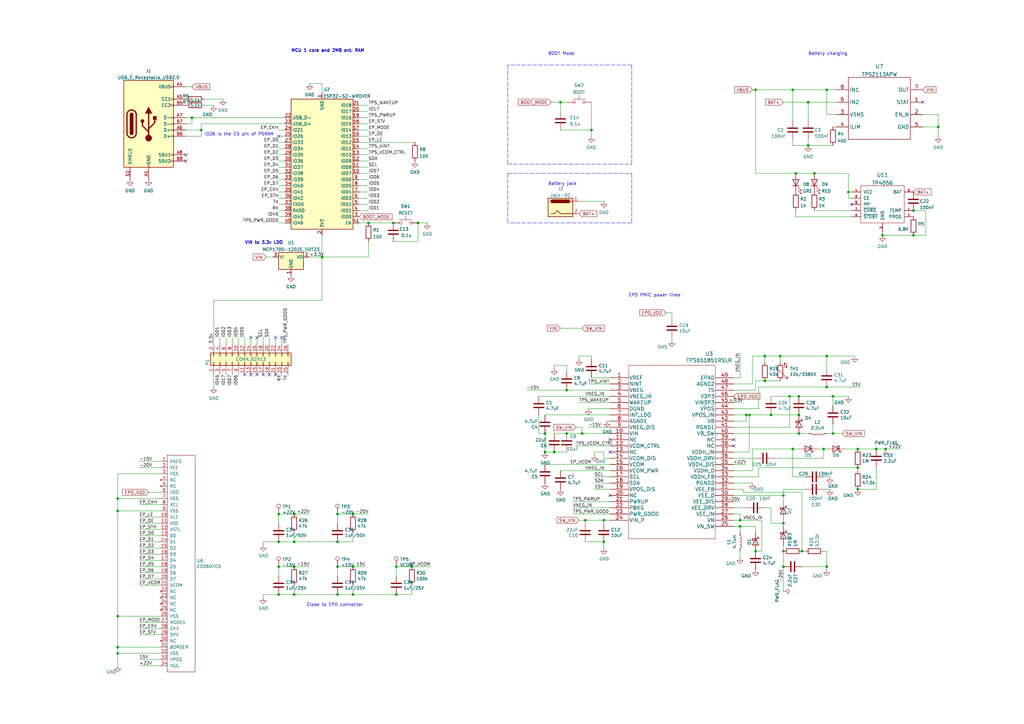
<source format=kicad_sch>
(kicad_sch (version 20211123) (generator eeschema)
  (paper "A3")
  (title_block (title "ESP32S2-WROVER dev board") (date "2022-02-01") (rev "V1.0") (company "FASANI CORP.") (comment 9 "Designed by Martin & Carlos Fasani"))
  (junction (at 323.85 162.56))
  (junction (at 48.26 252.73))
  (junction (at 341.63 162.56))
  (junction (at 114.3 243.84))
  (junction (at 309.88 36.83))
  (junction (at 363.22 184.15))
  (junction (at 339.09 36.83))
  (junction (at 132.08 105.41))
  (junction (at 321.31 226.06))
  (junction (at 351.79 184.15))
  (junction (at 247.65 213.36))
  (junction (at 374.65 86.36))
  (junction (at 229.87 41.91))
  (junction (at 78.74 48.26))
  (junction (at 303.53 213.36))
  (junction (at 334.01 71.12))
  (junction (at 144.78 243.84))
  (junction (at 232.41 177.8))
  (junction (at 374.65 96.52))
  (junction (at 309.88 226.06))
  (junction (at 326.39 71.12))
  (junction (at 120.65 222.25))
  (junction (at 313.69 156.21))
  (junction (at 138.43 210.82))
  (junction (at 347.98 78.74))
  (junction (at 341.63 177.8))
  (junction (at 339.09 146.05))
  (junction (at 247.65 222.25))
  (junction (at 48.26 265.43))
  (junction (at 337.82 184.15))
  (junction (at 138.43 243.84))
  (junction (at 328.93 226.06))
  (junction (at 331.47 41.91))
  (junction (at 48.26 267.97))
  (junction (at 320.04 146.05))
  (junction (at 321.31 214.63))
  (junction (at 361.95 96.52))
  (junction (at 339.09 232.41))
  (junction (at 114.3 210.82))
  (junction (at 327.66 170.18))
  (junction (at 307.34 170.18))
  (junction (at 114.3 222.25))
  (junction (at 120.65 243.84))
  (junction (at 162.56 232.41))
  (junction (at 138.43 222.25))
  (junction (at 144.78 232.41))
  (junction (at 162.56 243.84))
  (junction (at 138.43 232.41))
  (junction (at 114.3 232.41))
  (junction (at 144.78 210.82))
  (junction (at 321.31 203.2))
  (junction (at 223.52 185.42))
  (junction (at 359.41 184.15))
  (junction (at 120.65 210.82))
  (junction (at 238.76 177.8))
  (junction (at 232.41 160.02))
  (junction (at 151.13 91.44))
  (junction (at 327.66 177.8))
  (junction (at 331.47 59.69))
  (junction (at 303.53 215.9))
  (junction (at 171.45 91.44))
  (junction (at 325.12 184.15))
  (junction (at 48.26 204.47))
  (junction (at 316.23 170.18))
  (junction (at 242.57 53.34))
  (junction (at 351.79 200.66))
  (junction (at 240.03 213.36))
  (junction (at 161.29 91.44))
  (junction (at 313.69 146.05))
  (junction (at 120.65 232.41))
  (junction (at 227.33 185.42))
  (junction (at 325.12 36.83))
  (junction (at 306.07 170.18))
  (junction (at 82.55 53.34))
  (junction (at 351.79 191.77))
  (junction (at 384.81 52.07))
  (junction (at 48.26 209.55))
  (junction (at 168.91 232.41))
  (junction (at 339.09 158.75))
  (junction (at 327.66 162.56))
  (junction (at 223.52 177.8))
  (junction (at 321.31 232.41))
  (no_connect (at 378.46 41.91))
  (no_connect (at 102.87 138.43))
  (no_connect (at 107.95 153.67))
  (no_connect (at 110.49 153.67))
  (no_connect (at 113.03 153.67))
  (no_connect (at 102.87 153.67))
  (no_connect (at 105.41 153.67))
  (no_connect (at 349.25 83.82))
  (no_connect (at 250.19 203.2))
  (no_connect (at 300.99 182.88))
  (no_connect (at 114.3 55.88))
  (no_connect (at 300.99 180.34))
  (no_connect (at 113.03 138.43))
  (no_connect (at 100.33 153.67))
  (no_connect (at 76.2 66.04))
  (no_connect (at 76.2 63.5))
  (no_connect (at 250.19 180.34))
  (no_connect (at 250.19 185.42))
  (no_connect (at 105.41 138.43))
  (no_connect (at 115.57 138.43))
  (wire (pts (xy 132.08 34.29) (xy 132.08 38.1)))
  (wire (pts (xy 151.13 91.44) (xy 161.29 91.44)))
  (wire (pts (xy 303.53 215.9) (xy 309.88 215.9)))
  (wire (pts (xy 311.15 158.75) (xy 339.09 158.75)))
  (wire (pts (xy 151.13 105.41) (xy 132.08 105.41)))
  (wire (pts (xy 76.2 55.88) (xy 82.55 55.88)))
  (wire (pts (xy 66.04 207.01) (xy 57.15 207.01)))
  (wire (pts (xy 138.43 222.25) (xy 144.78 222.25)))
  (wire (pts (xy 240.03 213.36) (xy 247.65 213.36)))
  (wire (pts (xy 220.98 170.18) (xy 220.98 177.8)))
  (wire (pts (xy 114.3 55.88) (xy 116.84 55.88)))
  (wire (pts (xy 223.52 185.42) (xy 223.52 177.8)))
  (wire (pts (xy 317.5 187.96) (xy 337.82 187.96)))
  (wire (pts (xy 236.22 175.26) (xy 238.76 175.26)))
  (wire (pts (xy 308.61 193.04) (xy 300.99 193.04)))
  (wire (pts (xy 66.04 229.87) (xy 57.15 229.87)))
  (wire (pts (xy 237.49 213.36) (xy 240.03 213.36)))
  (wire (pts (xy 151.13 210.82) (xy 144.78 210.82)))
  (wire (pts (xy 312.42 213.36) (xy 303.53 213.36)))
  (wire (pts (xy 337.82 226.06) (xy 339.09 226.06)))
  (wire (pts (xy 339.09 146.05) (xy 350.52 146.05)))
  (wire (pts (xy 114.3 222.25) (xy 107.95 222.25)))
  (wire (pts (xy 107.95 138.43) (xy 107.95 140.97)))
  (wire (pts (xy 90.17 138.43) (xy 90.17 140.97)))
  (wire (pts (xy 321.31 41.91) (xy 331.47 41.91)))
  (wire (pts (xy 48.26 209.55) (xy 48.26 252.73)))
  (wire (pts (xy 316.23 208.28) (xy 316.23 214.63)))
  (wire (pts (xy 303.53 154.94) (xy 303.53 144.78)))
  (wire (pts (xy 66.04 234.95) (xy 57.15 234.95)))
  (wire (pts (xy 138.43 236.22) (xy 138.43 232.41)))
  (wire (pts (xy 66.04 260.35) (xy 57.15 260.35)))
  (wire (pts (xy 240.03 222.25) (xy 247.65 222.25)))
  (wire (pts (xy 243.84 185.42) (xy 243.84 186.69)))
  (wire (pts (xy 300.99 160.02) (xy 309.88 160.02)))
  (wire (pts (xy 361.95 95.25) (xy 361.95 96.52)))
  (wire (pts (xy 120.65 243.84) (xy 114.3 243.84)))
  (wire (pts (xy 379.73 86.36) (xy 379.73 96.52)))
  (wire (pts (xy 250.19 167.64) (xy 241.3 167.64)))
  (wire (pts (xy 316.23 170.18) (xy 327.66 170.18)))
  (wire (pts (xy 237.49 146.05) (xy 237.49 147.32)))
  (wire (pts (xy 162.56 243.84) (xy 144.78 243.84)))
  (wire (pts (xy 334.01 86.36) (xy 349.25 86.36)))
  (wire (pts (xy 300.99 175.26) (xy 323.85 175.26)))
  (wire (pts (xy 151.13 71.12) (xy 147.32 71.12)))
  (wire (pts (xy 100.33 138.43) (xy 100.33 140.97)))
  (wire (pts (xy 151.13 86.36) (xy 147.32 86.36)))
  (wire (pts (xy 304.8 201.93) (xy 304.8 200.66)))
  (wire (pts (xy 309.88 71.12) (xy 326.39 71.12)))
  (wire (pts (xy 234.95 208.28) (xy 250.19 208.28)))
  (wire (pts (xy 309.88 36.83) (xy 325.12 36.83)))
  (wire (pts (xy 48.26 267.97) (xy 48.26 273.05)))
  (wire (pts (xy 227.33 149.86) (xy 227.33 151.13)))
  (wire (pts (xy 339.09 151.13) (xy 339.09 146.05)))
  (wire (pts (xy 171.45 91.44) (xy 175.26 91.44)))
  (wire (pts (xy 337.82 200.66) (xy 340.36 200.66)))
  (wire (pts (xy 250.19 165.1) (xy 237.49 165.1)))
  (wire (pts (xy 232.41 149.86) (xy 227.33 149.86)))
  (wire (pts (xy 359.41 184.15) (xy 363.22 184.15)))
  (wire (pts (xy 303.53 215.9) (xy 303.53 218.44)))
  (wire (pts (xy 57.15 227.33) (xy 66.04 227.33)))
  (wire (pts (xy 335.28 184.15) (xy 337.82 184.15)))
  (wire (pts (xy 323.85 162.56) (xy 316.23 162.56)))
  (wire (pts (xy 78.74 48.26) (xy 116.84 48.26)))
  (wire (pts (xy 337.82 187.96) (xy 337.82 184.15)))
  (wire (pts (xy 349.25 88.9) (xy 326.39 88.9)))
  (wire (pts (xy 347.98 81.28) (xy 347.98 78.74)))
  (wire (pts (xy 334.01 71.12) (xy 347.98 71.12)))
  (wire (pts (xy 247.65 213.36) (xy 247.65 214.63)))
  (wire (pts (xy 66.04 270.51) (xy 57.15 270.51)))
  (wire (pts (xy 82.55 55.88) (xy 82.55 53.34)))
  (wire (pts (xy 227.33 185.42) (xy 223.52 185.42)))
  (wire (pts (xy 60.96 201.93) (xy 66.04 201.93)))
  (wire (pts (xy 120.65 218.44) (xy 120.65 222.25)))
  (wire (pts (xy 321.31 232.41) (xy 321.31 242.57)))
  (wire (pts (xy 313.69 146.05) (xy 320.04 146.05)))
  (wire (pts (xy 300.99 205.74) (xy 303.53 205.74)))
  (wire (pts (xy 144.78 222.25) (xy 144.78 218.44)))
  (wire (pts (xy 300.99 167.64) (xy 311.15 167.64)))
  (wire (pts (xy 327.66 162.56) (xy 341.63 162.56)))
  (wire (pts (xy 83.82 40.64) (xy 91.44 40.64)))
  (wire (pts (xy 95.25 138.43) (xy 95.25 140.97)))
  (polyline (pts (xy 208.28 71.12) (xy 259.08 71.12)))
  (wire (pts (xy 307.34 170.18) (xy 316.23 170.18)))
  (wire (pts (xy 229.87 134.62) (xy 238.76 134.62)))
  (wire (pts (xy 114.3 86.36) (xy 116.84 86.36)))
  (wire (pts (xy 321.31 203.2) (xy 321.31 200.66)))
  (polyline (pts (xy 208.28 26.67) (xy 208.28 67.31)))
  (wire (pts (xy 341.63 177.8) (xy 345.44 177.8)))
  (wire (pts (xy 241.3 157.48) (xy 250.19 157.48)))
  (wire (pts (xy 325.12 195.58) (xy 330.2 195.58)))
  (wire (pts (xy 309.88 156.21) (xy 313.69 156.21)))
  (wire (pts (xy 66.04 265.43) (xy 48.26 265.43)))
  (wire (pts (xy 242.57 41.91) (xy 242.57 53.34)))
  (wire (pts (xy 243.84 195.58) (xy 250.19 195.58)))
  (wire (pts (xy 308.61 36.83) (xy 309.88 36.83)))
  (wire (pts (xy 300.99 172.72) (xy 306.07 172.72)))
  (wire (pts (xy 321.31 203.2) (xy 321.31 205.74)))
  (wire (pts (xy 220.98 162.56) (xy 250.19 162.56)))
  (wire (pts (xy 92.71 138.43) (xy 92.71 140.97)))
  (wire (pts (xy 321.31 226.06) (xy 321.31 232.41)))
  (wire (pts (xy 220.98 177.8) (xy 223.52 177.8)))
  (wire (pts (xy 151.13 78.74) (xy 147.32 78.74)))
  (wire (pts (xy 339.09 226.06) (xy 339.09 232.41)))
  (wire (pts (xy 347.98 78.74) (xy 349.25 78.74)))
  (wire (pts (xy 384.81 46.99) (xy 384.81 52.07)))
  (wire (pts (xy 312.42 226.06) (xy 312.42 213.36)))
  (wire (pts (xy 250.19 175.26) (xy 241.3 175.26)))
  (wire (pts (xy 57.15 237.49) (xy 66.04 237.49)))
  (wire (pts (xy 321.31 200.66) (xy 330.2 200.66)))
  (wire (pts (xy 107.95 222.25) (xy 107.95 223.52)))
  (wire (pts (xy 114.3 88.9) (xy 116.84 88.9)))
  (wire (pts (xy 87.63 153.67) (xy 87.63 158.75)))
  (wire (pts (xy 78.74 50.8) (xy 78.74 48.26)))
  (wire (pts (xy 138.43 243.84) (xy 120.65 243.84)))
  (wire (pts (xy 151.13 83.82) (xy 147.32 83.82)))
  (wire (pts (xy 114.3 66.04) (xy 116.84 66.04)))
  (wire (pts (xy 114.3 232.41) (xy 120.65 232.41)))
  (wire (pts (xy 232.41 177.8) (xy 227.33 177.8)))
  (wire (pts (xy 308.61 198.12) (xy 300.99 198.12)))
  (wire (pts (xy 76.2 50.8) (xy 78.74 50.8)))
  (wire (pts (xy 323.85 162.56) (xy 327.66 162.56)))
  (wire (pts (xy 307.34 170.18) (xy 307.34 185.42)))
  (wire (pts (xy 176.53 232.41) (xy 168.91 232.41)))
  (wire (pts (xy 66.04 194.31) (xy 48.26 194.31)))
  (wire (pts (xy 151.13 45.72) (xy 147.32 45.72)))
  (wire (pts (xy 339.09 177.8) (xy 341.63 177.8)))
  (wire (pts (xy 341.63 59.69) (xy 331.47 59.69)))
  (wire (pts (xy 115.57 138.43) (xy 115.57 140.97)))
  (wire (pts (xy 57.15 222.25) (xy 66.04 222.25)))
  (wire (pts (xy 306.07 172.72) (xy 306.07 170.18)))
  (wire (pts (xy 114.3 63.5) (xy 116.84 63.5)))
  (wire (pts (xy 339.09 46.99) (xy 339.09 36.83)))
  (wire (pts (xy 151.13 63.5) (xy 147.32 63.5)))
  (wire (pts (xy 323.85 175.26) (xy 323.85 162.56)))
  (wire (pts (xy 151.13 81.28) (xy 147.32 81.28)))
  (wire (pts (xy 273.05 128.27) (xy 275.59 128.27)))
  (wire (pts (xy 114.3 222.25) (xy 120.65 222.25)))
  (wire (pts (xy 87.63 123.19) (xy 87.63 140.97)))
  (polyline (pts (xy 208.28 71.12) (xy 208.28 91.44)))
  (wire (pts (xy 309.88 71.12) (xy 309.88 36.83)))
  (wire (pts (xy 303.53 210.82) (xy 300.99 210.82)))
  (wire (pts (xy 232.41 185.42) (xy 227.33 185.42)))
  (wire (pts (xy 57.15 191.77) (xy 66.04 191.77)))
  (wire (pts (xy 151.13 60.96) (xy 147.32 60.96)))
  (wire (pts (xy 306.07 208.28) (xy 300.99 208.28)))
  (wire (pts (xy 328.93 232.41) (xy 339.09 232.41)))
  (wire (pts (xy 300.99 187.96) (xy 309.88 187.96)))
  (wire (pts (xy 250.19 200.66) (xy 243.84 200.66)))
  (wire (pts (xy 341.63 162.56) (xy 347.98 162.56)))
  (wire (pts (xy 151.13 68.58) (xy 147.32 68.58)))
  (wire (pts (xy 66.04 267.97) (xy 48.26 267.97)))
  (wire (pts (xy 114.3 210.82) (xy 120.65 210.82)))
  (wire (pts (xy 57.15 255.27) (xy 66.04 255.27)))
  (wire (pts (xy 151.13 76.2) (xy 147.32 76.2)))
  (wire (pts (xy 349.25 81.28) (xy 347.98 81.28)))
  (wire (pts (xy 168.91 243.84) (xy 162.56 243.84)))
  (wire (pts (xy 114.3 73.66) (xy 116.84 73.66)))
  (wire (pts (xy 120.65 222.25) (xy 138.43 222.25)))
  (wire (pts (xy 300.99 215.9) (xy 303.53 215.9)))
  (wire (pts (xy 144.78 240.03) (xy 144.78 243.84)))
  (wire (pts (xy 379.73 96.52) (xy 374.65 96.52)))
  (wire (pts (xy 127 105.41) (xy 132.08 105.41)))
  (wire (pts (xy 346.71 184.15) (xy 351.79 184.15)))
  (wire (pts (xy 105.41 138.43) (xy 105.41 140.97)))
  (wire (pts (xy 311.15 191.77) (xy 351.79 191.77)))
  (wire (pts (xy 247.65 224.79) (xy 247.65 222.25)))
  (wire (pts (xy 250.19 160.02) (xy 232.41 160.02)))
  (wire (pts (xy 337.82 184.15) (xy 339.09 184.15)))
  (wire (pts (xy 247.65 187.96) (xy 247.65 185.42)))
  (wire (pts (xy 114.3 60.96) (xy 116.84 60.96)))
  (wire (pts (xy 232.41 177.8) (xy 238.76 177.8)))
  (wire (pts (xy 250.19 172.72) (xy 248.92 172.72)))
  (wire (pts (xy 308.61 184.15) (xy 325.12 184.15)))
  (wire (pts (xy 151.13 50.8) (xy 147.32 50.8)))
  (wire (pts (xy 306.07 170.18) (xy 307.34 170.18)))
  (wire (pts (xy 379.73 86.36) (xy 374.65 86.36)))
  (wire (pts (xy 309.88 160.02) (xy 309.88 156.21)))
  (wire (pts (xy 337.82 195.58) (xy 340.36 195.58)))
  (wire (pts (xy 347.98 78.74) (xy 347.98 71.12)))
  (wire (pts (xy 48.26 265.43) (xy 48.26 267.97)))
  (wire (pts (xy 339.09 158.75) (xy 353.06 158.75)))
  (wire (pts (xy 76.2 35.56) (xy 78.74 35.56)))
  (wire (pts (xy 250.19 187.96) (xy 247.65 187.96)))
  (wire (pts (xy 57.15 232.41) (xy 66.04 232.41)))
  (wire (pts (xy 328.93 226.06) (xy 328.93 201.93)))
  (wire (pts (xy 138.43 214.63) (xy 138.43 210.82)))
  (wire (pts (xy 327.66 177.8) (xy 331.47 177.8)))
  (wire (pts (xy 144.78 232.41) (xy 149.86 232.41)))
  (wire (pts (xy 223.52 190.5) (xy 250.19 190.5)))
  (wire (pts (xy 151.13 99.06) (xy 151.13 105.41)))
  (wire (pts (xy 309.88 226.06) (xy 312.42 226.06)))
  (wire (pts (xy 304.8 165.1) (xy 300.99 165.1)))
  (wire (pts (xy 306.07 190.5) (xy 300.99 190.5)))
  (wire (pts (xy 311.15 195.58) (xy 311.15 191.77)))
  (wire (pts (xy 87.63 123.19) (xy 132.08 123.19)))
  (wire (pts (xy 250.19 154.94) (xy 242.57 154.94)))
  (wire (pts (xy 341.63 173.99) (xy 341.63 177.8)))
  (wire (pts (xy 132.08 105.41) (xy 132.08 96.52)))
  (wire (pts (xy 238.76 175.26) (xy 238.76 177.8)))
  (wire (pts (xy 325.12 59.69) (xy 325.12 57.15)))
  (wire (pts (xy 331.47 59.69) (xy 325.12 59.69)))
  (wire (pts (xy 229.87 45.72) (xy 229.87 41.91)))
  (wire (pts (xy 127 34.29) (xy 132.08 34.29)))
  (wire (pts (xy 320.04 148.59) (xy 320.04 146.05)))
  (wire (pts (xy 313.69 208.28) (xy 316.23 208.28)))
  (wire (pts (xy 144.78 243.84) (xy 138.43 243.84)))
  (wire (pts (xy 300.99 195.58) (xy 311.15 195.58)))
  (wire (pts (xy 57.15 240.03) (xy 66.04 240.03)))
  (wire (pts (xy 238.76 177.8) (xy 250.19 177.8)))
  (wire (pts (xy 57.15 214.63) (xy 66.04 214.63)))
  (wire (pts (xy 326.39 71.12) (xy 334.01 71.12)))
  (wire (pts (xy 313.69 156.21) (xy 320.04 156.21)))
  (wire (pts (xy 309.88 215.9) (xy 309.88 218.44)))
  (wire (pts (xy 97.79 138.43) (xy 97.79 140.97)))
  (wire (pts (xy 308.61 146.05) (xy 313.69 146.05)))
  (wire (pts (xy 66.04 212.09) (xy 57.15 212.09)))
  (wire (pts (xy 326.39 88.9) (xy 326.39 86.36)))
  (wire (pts (xy 351.79 184.15) (xy 359.41 184.15)))
  (wire (pts (xy 300.99 170.18) (xy 306.07 170.18)))
  (wire (pts (xy 378.46 52.07) (xy 384.81 52.07)))
  (wire (pts (xy 171.45 99.06) (xy 171.45 91.44)))
  (wire (pts (xy 83.82 43.18) (xy 87.63 43.18)))
  (wire (pts (xy 303.53 154.94) (xy 300.99 154.94)))
  (wire (pts (xy 66.04 273.05) (xy 57.15 273.05)))
  (wire (pts (xy 308.61 184.15) (xy 308.61 193.04)))
  (wire (pts (xy 226.06 41.91) (xy 229.87 41.91)))
  (wire (pts (xy 114.3 214.63) (xy 114.3 210.82)))
  (polyline (pts (xy 259.08 71.12) (xy 259.08 91.44)))
  (wire (pts (xy 76.2 48.26) (xy 78.74 48.26)))
  (wire (pts (xy 147.32 58.42) (xy 170.18 58.42)))
  (wire (pts (xy 378.46 46.99) (xy 384.81 46.99)))
  (wire (pts (xy 237.49 82.55) (xy 247.65 82.55)))
  (wire (pts (xy 114.3 76.2) (xy 116.84 76.2)))
  (wire (pts (xy 48.26 194.31) (xy 48.26 204.47)))
  (wire (pts (xy 307.34 185.42) (xy 300.99 185.42)))
  (wire (pts (xy 311.15 158.75) (xy 311.15 167.64)))
  (wire (pts (xy 138.43 210.82) (xy 144.78 210.82)))
  (wire (pts (xy 151.13 43.18) (xy 147.32 43.18)))
  (wire (pts (xy 234.95 205.74) (xy 250.19 205.74)))
  (wire (pts (xy 161.29 99.06) (xy 171.45 99.06)))
  (wire (pts (xy 114.3 78.74) (xy 116.84 78.74)))
  (wire (pts (xy 339.09 232.41) (xy 339.09 233.68)))
  (wire (pts (xy 66.04 219.71) (xy 57.15 219.71)))
  (wire (pts (xy 229.87 41.91) (xy 232.41 41.91)))
  (wire (pts (xy 341.63 52.07) (xy 342.9 52.07)))
  (wire (pts (xy 114.3 58.42) (xy 116.84 58.42)))
  (wire (pts (xy 359.41 200.66) (xy 359.41 191.77)))
  (wire (pts (xy 234.95 210.82) (xy 250.19 210.82)))
  (wire (pts (xy 308.61 157.48) (xy 308.61 146.05)))
  (wire (pts (xy 114.3 53.34) (xy 116.84 53.34)))
  (wire (pts (xy 114.3 236.22) (xy 114.3 232.41)))
  (wire (pts (xy 342.9 46.99) (xy 339.09 46.99)))
  (wire (pts (xy 384.81 52.07) (xy 384.81 55.88)))
  (wire (pts (xy 151.13 73.66) (xy 147.32 73.66)))
  (wire (pts (xy 303.53 228.6) (xy 303.53 226.06)))
  (wire (pts (xy 151.13 55.88) (xy 147.32 55.88)))
  (wire (pts (xy 223.52 170.18) (xy 250.19 170.18)))
  (wire (pts (xy 114.3 81.28) (xy 116.84 81.28)))
  (wire (pts (xy 321.31 213.36) (xy 321.31 214.63)))
  (wire (pts (xy 120.65 240.03) (xy 120.65 243.84)))
  (wire (pts (xy 300.99 157.48) (xy 308.61 157.48)))
  (wire (pts (xy 321.31 223.52) (xy 321.31 226.06)))
  (wire (pts (xy 232.41 152.4) (xy 232.41 149.86)))
  (wire (pts (xy 328.93 201.93) (xy 304.8 201.93)))
  (wire (pts (xy 215.9 160.02) (xy 232.41 160.02)))
  (wire (pts (xy 339.09 36.83) (xy 342.9 36.83)))
  (wire (pts (xy 110.49 138.43) (xy 110.49 140.97)))
  (wire (pts (xy 300.99 203.2) (xy 321.31 203.2)))
  (polyline (pts (xy 259.08 26.67) (xy 208.28 26.67)))
  (wire (pts (xy 250.19 182.88) (xy 236.22 182.88)))
  (wire (pts (xy 120.65 210.82) (xy 127 210.82)))
  (wire (pts (xy 162.56 232.41) (xy 162.56 236.22)))
  (wire (pts (xy 114.3 71.12) (xy 116.84 71.12)))
  (wire (pts (xy 351.79 200.66) (xy 359.41 200.66)))
  (wire (pts (xy 250.19 198.12) (xy 243.84 198.12)))
  (wire (pts (xy 229.87 193.04) (xy 250.19 193.04)))
  (polyline (pts (xy 208.28 67.31) (xy 259.08 67.31)))
  (wire (pts (xy 114.3 68.58) (xy 116.84 68.58)))
  (wire (pts (xy 138.43 232.41) (xy 144.78 232.41)))
  (wire (pts (xy 66.04 252.73) (xy 48.26 252.73)))
  (wire (pts (xy 351.79 191.77) (xy 351.79 193.04)))
  (wire (pts (xy 303.53 213.36) (xy 300.99 213.36)))
  (wire (pts (xy 66.04 257.81) (xy 57.15 257.81)))
  (wire (pts (xy 304.8 200.66) (xy 300.99 200.66)))
  (wire (pts (xy 102.87 138.43) (xy 102.87 140.97)))
  (wire (pts (xy 363.22 184.15) (xy 369.57 184.15)))
  (wire (pts (xy 113.03 138.43) (xy 113.03 140.97)))
  (polyline (pts (xy 259.08 67.31) (xy 259.08 26.67)))
  (wire (pts (xy 325.12 184.15) (xy 325.12 195.58)))
  (wire (pts (xy 300.99 177.8) (xy 327.66 177.8)))
  (wire (pts (xy 151.13 66.04) (xy 147.32 66.04)))
  (wire (pts (xy 114.3 243.84) (xy 107.95 243.84)))
  (wire (pts (xy 132.08 123.19) (xy 132.08 105.41)))
  (wire (pts (xy 331.47 59.69) (xy 331.47 57.15)))
  (wire (pts (xy 331.47 41.91) (xy 342.9 41.91)))
  (wire (pts (xy 328.93 226.06) (xy 330.2 226.06)))
  (wire (pts (xy 242.57 53.34) (xy 242.57 55.88)))
  (wire (pts (xy 107.95 243.84) (xy 107.95 245.11)))
  (wire (pts (xy 229.87 53.34) (xy 242.57 53.34)))
  (wire (pts (xy 240.03 213.36) (xy 240.03 214.63)))
  (wire (pts (xy 120.65 232.41) (xy 127 232.41)))
  (wire (pts (xy 242.57 146.05) (xy 237.49 146.05)))
  (wire (pts (xy 316.23 214.63) (xy 321.31 214.63)))
  (wire (pts (xy 250.19 213.36) (xy 247.65 213.36)))
  (wire (pts (xy 325.12 184.15) (xy 327.66 184.15)))
  (wire (pts (xy 147.32 91.44) (xy 151.13 91.44)))
  (wire (pts (xy 325.12 36.83) (xy 325.12 49.53)))
  (wire (pts (xy 313.69 148.59) (xy 313.69 146.05)))
  (wire (pts (xy 151.13 48.26) (xy 147.32 48.26)))
  (wire (pts (xy 341.63 166.37) (xy 341.63 162.56)))
  (wire (pts (xy 247.65 185.42) (xy 243.84 185.42)))
  (wire (pts (xy 76.2 53.34) (xy 82.55 53.34)))
  (wire (pts (xy 82.55 53.34) (xy 82.55 50.8)))
  (wire (pts (xy 114.3 91.44) (xy 116.84 91.44)))
  (wire (pts (xy 66.04 209.55) (xy 48.26 209.55)))
  (wire (pts (xy 303.53 213.36) (xy 303.53 210.82)))
  (wire (pts (xy 242.57 147.32) (xy 242.57 146.05)))
  (wire (pts (xy 48.26 252.73) (xy 48.26 265.43)))
  (wire (pts (xy 275.59 128.27) (xy 275.59 130.81)))
  (wire (pts (xy 320.04 146.05) (xy 339.09 146.05)))
  (polyline (pts (xy 259.08 91.44) (xy 208.28 91.44)))
  (wire (pts (xy 325.12 36.83) (xy 339.09 36.83)))
  (wire (pts (xy 109.22 105.41) (xy 111.76 105.41)))
  (wire (pts (xy 57.15 189.23) (xy 66.04 189.23)))
  (wire (pts (xy 48.26 204.47) (xy 48.26 209.55)))
  (wire (pts (xy 374.65 96.52) (xy 361.95 96.52)))
  (wire (pts (xy 57.15 217.17) (xy 66.04 217.17)))
  (wire (pts (xy 275.59 139.7) (xy 275.59 138.43)))
  (wire (pts (xy 151.13 53.34) (xy 147.32 53.34)))
  (wire (pts (xy 321.31 214.63) (xy 321.31 215.9)))
  (wire (pts (xy 168.91 240.03) (xy 168.91 243.84)))
  (wire (pts (xy 114.3 83.82) (xy 116.84 83.82)))
  (wire (pts (xy 82.55 50.8) (xy 116.84 50.8)))
  (wire (pts (xy 66.04 224.79) (xy 57.15 224.79)))
  (wire (pts (xy 331.47 41.91) (xy 331.47 49.53)))
  (wire (pts (xy 168.91 232.41) (xy 162.56 232.41)))
  (wire (pts (xy 66.04 204.47) (xy 48.26 204.47)))
  (text "Battery charging" (at 331.47 22.86 0) (effects (font (size 1.27 1.27)) (justify left bottom)))
  (text "Battery jack" (at 224.79 76.2 0) (effects (font (size 1.27 1.27)) (justify left bottom)))
  (text "Close to EPD connector" (at 125.73 248.92 0) (effects (font (size 1.27 1.27)) (justify left bottom)))
  (text "BOOT Mode" (at 224.79 22.86 0) (effects (font (size 1.27 1.27)) (justify left bottom)))
  (text "MCU 1 core and 2MB ext. RAM" (at 119.38 21.59 0) (effects (font (size 1.27 1.27) (thickness 0.254) bold) (justify left bottom)))
  (text "IO26 is the CS pin of PSRAM" (at 83.82 55.88 0) (effects (font (size 1.27 1.27)) (justify left bottom)))
  (text "EPD PMIC power lines" (at 257.81 121.92 0) (effects (font (size 1.27 1.27)) (justify left bottom)))
  (text "VIN to 3.3v LDO" (at 100.33 100.33 0) (effects (font (size 1.27 1.27) (thickness 0.254) bold) (justify left bottom)))
  (label "EP_D5" (at 57.15 232.41 0))
  (label "15V" (at 149.86 232.41 180))
  (label "RX" (at 114.3 86.36 180))
  (label "EP_D2" (at 57.15 224.79 0))
  (label "IO45" (at 114.3 88.9 180))
  (label "VNEG_IN" (at 234.95 208.28 0))
  (label "EP_D1" (at 57.15 222.25 0))
  (label "TPS_nINT" (at 151.13 60.96 0))
  (label "IO07" (at 95.25 153.67 270))
  (label "EP_D6" (at 114.3 73.66 180))
  (label "EP_OE" (at 57.15 214.63 0))
  (label "-15V" (at 215.9 160.02 0))
  (label "+22V" (at 57.15 273.05 0))
  (label "IO45" (at 90.17 153.67 270))
  (label "IO17" (at 92.71 153.67 270))
  (label "-15V" (at 57.15 189.23 0))
  (label "SDA" (at 110.49 138.43 90))
  (label "TPS_PWR_GOOD" (at 114.3 91.44 180))
  (label "-20V" (at 321.31 238.76 90))
  (label "IO06" (at 97.79 153.67 270))
  (label "EP_LE" (at 57.15 212.09 0))
  (label "VNEG_IN" (at 240.03 162.56 0))
  (label "EP_MODE" (at 151.13 53.34 0))
  (label "EP_D3" (at 57.15 227.33 0))
  (label "IO03" (at 151.13 81.28 0))
  (label "IO17" (at 151.13 45.72 0))
  (label "SCL" (at 243.84 195.58 0))
  (label "EP_D0" (at 57.15 219.71 0))
  (label "EP_D3" (at 114.3 66.04 180))
  (label "EP_D4" (at 57.15 229.87 0))
  (label "TPS_VCOM_CTRL" (at 236.22 182.88 0))
  (label "TPS_WAKEUP" (at 151.13 43.18 0))
  (label "IO04" (at 151.13 78.74 0))
  (label "VNEG_IN" (at 303.53 144.78 270))
  (label "EP_STH" (at 57.15 217.17 0))
  (label "EP_LE" (at 151.13 58.42 0))
  (label "EP_D5" (at 114.3 71.12 180))
  (label "SDA" (at 243.84 198.12 0))
  (label "EP_CKH" (at 114.3 53.34 180))
  (label "TPS_WAKEUP" (at 237.49 165.1 0))
  (label "EP_D1" (at 114.3 60.96 180))
  (label "TX" (at 118.11 153.67 270))
  (label "-20V" (at 151.13 210.82 180))
  (label "IO06" (at 151.13 73.66 0))
  (label "IO05" (at 100.33 138.43 90))
  (label "15V" (at 353.06 158.75 180))
  (label "IO02" (at 92.71 138.43 90))
  (label "TPS_PWRUP" (at 234.95 205.74 0))
  (label "IO01" (at 151.13 86.36 0))
  (label "IO01" (at 90.17 138.43 90))
  (label "EP_D7" (at 114.3 76.2 180))
  (label "+22V" (at 127 210.82 180))
  (label "IO07" (at 151.13 71.12 0))
  (label "TPS_nINT" (at 241.3 157.48 0))
  (label "SCL" (at 151.13 68.58 0))
  (label "EP_STH" (at 114.3 81.28 180))
  (label "EP_MODE" (at 57.15 255.27 0))
  (label "TPS_PWR_GOOD" (at 234.95 210.82 0))
  (label "EP_STV" (at 57.15 260.35 0))
  (label "EP_D2" (at 114.3 63.5 180))
  (label "EP_CKV" (at 57.15 257.81 0))
  (label "EP_D7" (at 57.15 237.49 0))
  (label "EP_VCOM" (at 57.15 240.03 0))
  (label "EP_VCOM" (at 242.57 190.5 180))
  (label "IO02" (at 151.13 83.82 0))
  (label "IO04" (at 97.79 138.43 90))
  (label "EP_STV" (at 151.13 50.8 0))
  (label "SDA" (at 151.13 66.04 0))
  (label "15V" (at 243.84 200.66 0))
  (label "VNEG_IN" (at 304.8 213.36 0))
  (label "EP_OE" (at 151.13 55.88 0))
  (label "SCL" (at 107.95 138.43 90))
  (label "EP_D4" (at 114.3 68.58 180))
  (label "TX" (at 114.3 83.82 180))
  (label "3.3v" (at 87.63 140.97 90))
  (label "+22V" (at 306.07 190.5 180))
  (label "EP_CKV" (at 114.3 78.74 180))
  (label "EP_CKH" (at 57.15 207.01 0))
  (label "TPS_PWR_GOOD" (at 118.11 140.97 90))
  (label "EP_D6" (at 57.15 234.95 0))
  (label "15V" (at 57.15 270.51 0))
  (label "TPS_VCOM_CTRL" (at 151.13 63.5 0))
  (label "RX" (at 115.57 153.67 270))
  (label "IO05" (at 151.13 76.2 0))
  (label "EP_D0" (at 114.3 58.42 180))
  (label "+3.3V" (at 127 105.41 0))
  (label "+22V" (at 369.57 184.15 180))
  (label "IO03" (at 95.25 138.43 90))
  (label "-20V" (at 57.15 191.77 0))
  (label "VNEG_IN" (at 240.03 193.04 0))
  (label "TPS_PWRUP" (at 151.13 48.26 0))
  (label "EP_VCOM" (at 176.53 232.41 180))
  (label "+3.3V" (at 304.8 165.1 180))
  (label "-15V" (at 241.3 175.26 0))
  (label "-15V" (at 127 232.41 180))
  (label "-20V" (at 303.53 205.74 180))
  (global_label "EPD_VDD" (shape input) (at 300.99 162.56 0) (property "Intersheet References" "${INTERSHEET_REFS}" (effects hide)))
  (global_label "BAT+" (shape input) (at 374.65 78.74 0) (property "Intersheet References" "${INTERSHEET_REFS}" (effects hide)))
  (global_label "BAT+" (shape input) (at 321.31 41.91 180) (property "Intersheet References" "${INTERSHEET_REFS}" (effects hide)))
  (global_label "BOOT_MODE" (shape input) (at 147.32 88.9 0) (property "Intersheet References" "${INTERSHEET_REFS}" (effects hide)))
  (global_label "VIN" (shape input) (at 378.46 36.83 0) (property "Intersheet References" "${INTERSHEET_REFS}" (effects hide)))
  (global_label "BAT+" (shape input) (at 237.49 87.63 0) (property "Intersheet References" "${INTERSHEET_REFS}" (effects hide)))
  (global_label "VBUS" (shape input) (at 78.74 35.56 0) (property "Intersheet References" "${INTERSHEET_REFS}" (effects hide)))
  (global_label "VIN" (shape input) (at 109.22 105.41 180) (property "Intersheet References" "${INTERSHEET_REFS}" (effects hide)))
  (global_label "EPD_VDD" (shape input) (at 60.96 201.93 180) (property "Intersheet References" "${INTERSHEET_REFS}" (effects hide)))
  (global_label "SW_VIN" (shape input) (at 236.22 175.26 180) (property "Intersheet References" "${INTERSHEET_REFS}" (effects hide)))
  (global_label "VIN" (shape input) (at 229.87 134.62 180) (property "Intersheet References" "${INTERSHEET_REFS}" (effects hide)))
  (global_label "SW_VIN" (shape input) (at 345.44 177.8 0) (property "Intersheet References" "${INTERSHEET_REFS}" (effects hide)))
  (global_label "BOOT_MODE" (shape input) (at 226.06 41.91 180) (property "Intersheet References" "${INTERSHEET_REFS}" (effects hide)))
  (global_label "SW_VIN" (shape input) (at 237.49 213.36 180) (property "Intersheet References" "${INTERSHEET_REFS}" (effects hide)))
  (global_label "SW_VIN" (shape input) (at 238.76 134.62 0) (property "Intersheet References" "${INTERSHEET_REFS}" (effects hide)))
  (global_label "VBUS" (shape input) (at 308.61 36.83 180) (property "Intersheet References" "${INTERSHEET_REFS}" (effects hide)))
  (global_label "EPD_VDD" (shape input) (at 273.05 128.27 180) (property "Intersheet References" "${INTERSHEET_REFS}" (effects hide)))
  (symbol (lib_id "Connector_Generic:Conn_02x13_Odd_Even") (at 102.87 148.59 90) (unit 1)
    (property "Reference" "P1" (at 85.09 148.59 0))
    (property "Value" "CONN_02X13" (at 102.87 147.32 90))
    (property "Footprint" "Connector_PinHeader_2.54mm:PinHeader_2x13_P2.54mm_Vertical" (effects hide))
  )
  (symbol (lib_id "TPS65185:TPS651851RSLR") (at 250.19 154.94 0) (unit 1)
    (property "Reference" "U3" (at 290.83 145.1102 0) (effects (font (size 1.524 1.524))))
    (property "Value" "TPS651851RSLR" (at 290.83 147.8026 0) (effects (font (size 1.524 1.524))))
    (property "Footprint" "RSL48_4P4X4P4" (effects hide))
    (property "LCSC" "C139292" (effects hide))
  )
  (symbol (lib_id "Device:L") (at 335.28 177.8 270) (unit 1)
    (property "Reference" "L2" (at 335.28 173.2026 90))
    (property "Value" "2.2uH" (at 335.28 175.514 90))
    (property "Footprint" "Inductor_SMD:L_Taiyo-Yuden_NR-40xx_HandSoldering" (effects hide))
    (property "LCSC" "C92959" (effects hide))
  )
  (symbol (lib_id "Diode:MBR0540") (at 327.66 173.99 270) (unit 1)
    (property "Reference" "D4" (at 331.47 171.45 90))
    (property "Value" "MBR0540" (effects hide))
    (property "Footprint" "Diode_SMD:D_SOD-123" (effects hide))
    (property "Datasheet" "http://www.mccsemi.com/up_pdf/MBR0520~MBR0580(SOD123).pdf" (effects hide))
    (property "LCSC" "C21353" (effects hide))
  )
  (symbol (lib_id "power:GND") (at 347.98 162.56 0) (unit 1)
    (property "Reference" "#PWR0109" (effects hide))
    (property "Value" "GND" (at 344.17 165.1 0))
  )
  (symbol (lib_id "Device:C") (at 341.63 170.18 0) (unit 1)
    (property "Reference" "C32" (at 344.551 169.0116 0) (effects (justify left)))
    (property "Value" "10uF" (at 344.551 171.323 0) (effects (justify left)))
    (property "Footprint" "Capacitor_SMD:C_0805_2012Metric" (effects hide))
    (property "LCSC" "C15850" (effects hide))
  )
  (symbol (lib_id "Diode:MBR0540") (at 331.47 184.15 180) (unit 1)
    (property "Reference" "D5" (at 331.47 186.69 0))
    (property "Value" "MBR0540" (effects hide))
    (property "Footprint" "Diode_SMD:D_SOD-123" (effects hide))
    (property "Datasheet" "http://www.mccsemi.com/up_pdf/MBR0520~MBR0580(SOD123).pdf" (effects hide))
    (property "LCSC" "C21353" (effects hide))
  )
  (symbol (lib_id "Diode:MBR0540") (at 342.9 184.15 180) (unit 1)
    (property "Reference" "D6" (at 342.9 186.69 0))
    (property "Value" "MBR0540" (effects hide))
    (property "Footprint" "Diode_SMD:D_SOD-123" (effects hide))
    (property "Datasheet" "http://www.mccsemi.com/up_pdf/MBR0520~MBR0580(SOD123).pdf" (effects hide))
    (property "LCSC" "C21353" (effects hide))
  )
  (symbol (lib_id "Device:C") (at 334.01 195.58 270) (unit 1)
    (property "Reference" "C29" (at 331.47 194.31 90) (effects (justify right)))
    (property "Value" "100nF" (at 341.63 194.31 90) (effects (justify right)))
    (property "Footprint" "Capacitor_SMD:C_0805_2012Metric" (effects hide))
    (property "LCSC" " C49678" (effects hide))
  )
  (symbol (lib_id "epd_breakout:ED060XC5") (at 66.04 231.14 0) (unit 1)
    (property "Reference" "U6" (at 80.7212 229.9716 0) (effects (justify left)))
    (property "Value" "ED060XC5" (at 80.7212 232.283 0) (effects (justify left)))
    (property "Footprint" "footprint:X05A20H34G" (effects hide))
    (property "Datasheet" "http://www.universaldisplay.asia/wp-content/uploads/2012/10/ED060XC5.pdf, https://datasheet.lcsc.com/szlcsc/2005221833_XKB-Connectivity-X05A20H34G_C528053.pdf" (effects hide))
    (property "LCSC" "C528053" (effects hide))
  )
  (symbol (lib_id "Device:C") (at 313.69 187.96 270) (unit 1)
    (property "Reference" "C25" (at 312.42 190.5 90) (effects (justify right)))
    (property "Value" "10nF" (at 318.77 190.5 90) (effects (justify right)))
    (property "Footprint" "Capacitor_SMD:C_0805_2012Metric" (effects hide))
    (property "LCSC" "C1710" (effects hide))
  )
  (symbol (lib_id "power:GND") (at 48.26 273.05 0) (unit 1)
    (property "Reference" "#PWR0118" (effects hide))
    (property "Value" "GND" (at 45.72 275.59 0))
  )
  (symbol (lib_id "Device:R") (at 351.79 196.85 0) (unit 1)
    (property "Reference" "R24" (at 353.568 195.6816 0) (effects (justify left)))
    (property "Value" "47.5k" (at 353.568 197.993 0) (effects (justify left)))
    (property "Footprint" "Resistor_SMD:R_0603_1608Metric" (effects hide))
    (property "LCSC" "C25819" (effects hide))
  )
  (symbol (lib_id "Device:R") (at 351.79 187.96 0) (unit 1)
    (property "Reference" "R23" (at 353.568 186.7916 0) (effects (justify left)))
    (property "Value" "1M" (at 353.568 189.103 0) (effects (justify left)))
    (property "Footprint" "Resistor_SMD:R_0603_1608Metric" (effects hide))
    (property "LCSC" "C22935" (effects hide))
  )
  (symbol (lib_id "Device:C") (at 327.66 166.37 0) (unit 1)
    (property "Reference" "C28" (at 330.581 165.2016 0) (effects (justify left)))
    (property "Value" "4.7uF" (at 330.581 167.513 0) (effects (justify left)))
    (property "Footprint" "Capacitor_SMD:C_0805_2012Metric" (effects hide))
    (property "LCSC" "C1779" (effects hide))
  )
  (symbol (lib_id "Connector:TestPoint") (at 114.3 210.82 0) (unit 1)
    (property "Reference" "TP1" (at 115.7732 207.8228 0) (effects (justify left)))
    (property "Value" "+22V" (at 115.7732 210.1342 0) (effects (justify left)))
    (property "Footprint" "TestPoint:TestPoint_Pad_D2.5mm" (effects hide))
  )
  (symbol (lib_id "Connector:TestPoint") (at 138.43 210.82 0) (unit 1)
    (property "Reference" "TP3" (at 139.9032 207.8228 0) (effects (justify left)))
    (property "Value" "-20V" (at 139.9032 210.1342 0) (effects (justify left)))
    (property "Footprint" "TestPoint:TestPoint_Pad_D2.5mm" (effects hide))
  )
  (symbol (lib_id "Device:C") (at 359.41 187.96 0) (unit 1)
    (property "Reference" "C33" (at 362.331 186.7916 0) (effects (justify left)))
    (property "Value" "2.2uF" (at 362.331 189.103 0) (effects (justify left)))
    (property "Footprint" "Capacitor_SMD:C_0805_2012Metric" (effects hide))
    (property "LCSC" "C49217" (effects hide))
  )
  (symbol (lib_id "Connector:TestPoint") (at 114.3 232.41 0) (unit 1)
    (property "Reference" "TP2" (at 115.7732 229.4128 0) (effects (justify left)))
    (property "Value" "-15V" (at 115.7732 231.7242 0) (effects (justify left)))
    (property "Footprint" "TestPoint:TestPoint_Pad_D2.5mm" (effects hide))
  )
  (symbol (lib_id "Connector:TestPoint") (at 138.43 232.41 0) (unit 1)
    (property "Reference" "TP4" (at 139.9032 229.4128 0) (effects (justify left)))
    (property "Value" "+15V" (at 139.9032 231.7242 0) (effects (justify left)))
    (property "Footprint" "TestPoint:TestPoint_Pad_D2.5mm" (effects hide))
  )
  (symbol (lib_id "Connector:TestPoint") (at 162.56 232.41 0) (unit 1)
    (property "Reference" "TP5" (at 164.0332 229.4128 0) (effects (justify left)))
    (property "Value" "VCOM" (at 164.0332 231.7242 0) (effects (justify left)))
    (property "Footprint" "TestPoint:TestPoint_Pad_D2.5mm" (effects hide))
  )
  (symbol (lib_id "power:GND") (at 351.79 200.66 0) (unit 1)
    (property "Reference" "#PWR0108" (effects hide))
    (property "Value" "GND" (at 347.98 203.2 0))
  )
  (symbol (lib_id "Device:C") (at 316.23 166.37 0) (unit 1)
    (property "Reference" "C26" (at 319.151 165.2016 0) (effects (justify left)))
    (property "Value" "4.7uF" (at 319.151 167.513 0) (effects (justify left)))
    (property "Footprint" "Capacitor_SMD:C_0805_2012Metric" (effects hide))
    (property "LCSC" "C1779" (effects hide))
  )
  (symbol (lib_id "Device:C") (at 339.09 154.94 0) (unit 1)
    (property "Reference" "C31" (at 342.011 153.7716 0) (effects (justify left)))
    (property "Value" "4.7uF" (at 342.011 156.083 0) (effects (justify left)))
    (property "Footprint" "Capacitor_SMD:C_0805_2012Metric" (effects hide))
    (property "LCSC" "C1779" (effects hide))
  )
  (symbol (lib_id "Device:Thermistor_NTC") (at 320.04 152.4 180) (unit 1)
    (property "Reference" "TH1" (at 323.9008 151.2316 0) (effects (justify right)))
    (property "Value" "10k/3380K" (at 323.9008 153.543 0) (effects (justify right)))
    (property "Footprint" "Resistor_SMD:R_0603_1608Metric" (effects hide))
    (property "LCSC" "C76589" (effects hide))
  )
  (symbol (lib_id "Device:R") (at 313.69 152.4 0) (unit 1)
    (property "Reference" "R18" (at 315.468 151.2316 0) (effects (justify left)))
    (property "Value" "43k" (at 315.468 153.543 0) (effects (justify left)))
    (property "Footprint" "Resistor_SMD:R_0603_1608Metric" (effects hide))
    (property "LCSC" "C23172" (effects hide))
  )
  (symbol (lib_id "power:GND") (at 350.52 146.05 0) (unit 1)
    (property "Reference" "#PWR0104" (effects hide))
    (property "Value" "GND" (at 346.71 148.59 0))
  )
  (symbol (lib_id "Device:C") (at 232.41 181.61 0) (unit 1)
    (property "Reference" "C9" (at 233.68 179.07 0) (effects (justify left)))
    (property "Value" "10uF" (at 232.41 184.15 0) (effects (justify left)))
    (property "Footprint" "Capacitor_SMD:C_0805_2012Metric" (effects hide))
    (property "LCSC" "C15850" (effects hide))
  )
  (symbol (lib_id "Device:C") (at 223.52 194.31 180) (unit 1)
    (property "Reference" "C5" (at 220.599 195.4784 0) (effects (justify left)))
    (property "Value" "4.7uF" (at 220.599 193.167 0) (effects (justify left)))
    (property "Footprint" "Capacitor_SMD:C_0805_2012Metric" (effects hide))
    (property "LCSC" "C1779" (effects hide))
  )
  (symbol (lib_id "Device:C") (at 247.65 218.44 0) (unit 1)
    (property "Reference" "C12" (at 250.571 217.2716 0) (effects (justify left)))
    (property "Value" "10uF" (at 250.571 219.583 0) (effects (justify left)))
    (property "Footprint" "Capacitor_SMD:C_0805_2012Metric" (effects hide))
    (property "LCSC" "C15850" (effects hide))
  )
  (symbol (lib_id "Device:L") (at 303.53 222.25 0) (unit 1)
    (property "Reference" "L1" (at 298.9326 222.25 90))
    (property "Value" "4.7uH" (at 301.244 222.25 90))
    (property "Footprint" "Inductor_SMD:L_Taiyo-Yuden_NR-50xx_HandSoldering" (effects hide))
    (property "LCSC" " C222947" (effects hide))
  )
  (symbol (lib_id "power:GND") (at 303.53 228.6 0) (unit 1)
    (property "Reference" "#PWR0105" (effects hide))
    (property "Value" "GND" (at 299.72 231.14 0))
  )
  (symbol (lib_id "Diode:MBR0540") (at 309.88 222.25 270) (unit 1)
    (property "Reference" "D1" (at 307.34 222.25 0))
    (property "Value" "MBR0540" (effects hide))
    (property "Footprint" "Diode_SMD:D_SOD-123" (effects hide))
    (property "Datasheet" "http://www.mccsemi.com/up_pdf/MBR0520~MBR0580(SOD123).pdf" (effects hide))
    (property "LCSC" "C21353" (effects hide))
  )
  (symbol (lib_id "Device:C") (at 309.88 229.87 0) (unit 1)
    (property "Reference" "C24" (at 312.801 228.7016 0) (effects (justify left)))
    (property "Value" "4.7uF" (at 312.801 231.013 0) (effects (justify left)))
    (property "Footprint" "Capacitor_SMD:C_0805_2012Metric" (effects hide))
    (property "LCSC" "C1779" (effects hide))
  )
  (symbol (lib_id "power:GND") (at 309.88 233.68 0) (unit 1)
    (property "Reference" "#PWR0106" (effects hide))
    (property "Value" "GND" (at 306.07 236.22 0))
  )
  (symbol (lib_id "Device:C") (at 220.98 166.37 0) (unit 1)
    (property "Reference" "C1" (at 223.901 165.2016 0) (effects (justify left)))
    (property "Value" "4.7uF" (at 223.901 167.513 0) (effects (justify left)))
    (property "Footprint" "Capacitor_SMD:C_0805_2012Metric" (effects hide))
    (property "LCSC" "C1779" (effects hide))
  )
  (symbol (lib_id "Device:C") (at 229.87 196.85 0) (unit 1)
    (property "Reference" "C7" (at 232.791 195.6816 0) (effects (justify left)))
    (property "Value" "4.7uF" (at 232.791 197.993 0) (effects (justify left)))
    (property "Footprint" "Capacitor_SMD:C_0805_2012Metric" (effects hide))
    (property "LCSC" "C1779" (effects hide))
  )
  (symbol (lib_id "Diode:MBR0540") (at 321.31 209.55 270) (unit 1)
    (property "Reference" "D2" (at 323.85 209.55 0))
    (property "Value" "MBR0540" (effects hide))
    (property "Footprint" "Diode_SMD:D_SOD-123" (effects hide))
    (property "Datasheet" "http://www.mccsemi.com/up_pdf/MBR0520~MBR0580(SOD123).pdf" (effects hide))
    (property "LCSC" "C21353" (effects hide))
  )
  (symbol (lib_id "Diode:MBR0540") (at 321.31 219.71 270) (unit 1)
    (property "Reference" "D3" (at 323.85 219.71 0))
    (property "Value" "MBR0540" (effects hide))
    (property "Footprint" "Diode_SMD:D_SOD-123" (effects hide))
    (property "Datasheet" "http://www.mccsemi.com/up_pdf/MBR0520~MBR0580(SOD123).pdf" (effects hide))
    (property "LCSC" "C21353" (effects hide))
  )
  (symbol (lib_id "Device:C") (at 232.41 156.21 0) (unit 1)
    (property "Reference" "C8" (at 235.331 155.0416 0) (effects (justify left)))
    (property "Value" "4.7uF" (at 235.331 157.353 0) (effects (justify left)))
    (property "Footprint" "Capacitor_SMD:C_0805_2012Metric" (effects hide))
    (property "LCSC" "C1779" (effects hide))
  )
  (symbol (lib_id "Device:C") (at 309.88 208.28 270) (unit 1)
    (property "Reference" "C20" (at 309.88 204.47 90) (effects (justify right)))
    (property "Value" "10nF" (at 316.23 204.47 90) (effects (justify right)))
    (property "Footprint" "Capacitor_SMD:C_0805_2012Metric" (effects hide))
    (property "LCSC" "C1710" (effects hide))
  )
  (symbol (lib_id "Device:C") (at 334.01 200.66 90) (unit 1)
    (property "Reference" "C30" (at 332.74 207.01 90) (effects (justify right)))
    (property "Value" "100nF" (at 331.47 204.47 90) (effects (justify right)))
    (property "Footprint" "Capacitor_SMD:C_0805_2012Metric" (effects hide))
    (property "LCSC" "C49678" (effects hide))
  )
  (symbol (lib_id "Device:R") (at 334.01 226.06 90) (unit 1)
    (property "Reference" "R20" (at 332.8416 224.282 0) (effects (justify left)))
    (property "Value" "52.3k" (at 335.153 224.282 0) (effects (justify left)))
    (property "Footprint" "Resistor_SMD:R_0603_1608Metric" (effects hide))
    (property "LCSC" "C23196" (effects hide))
  )
  (symbol (lib_id "Device:R") (at 325.12 226.06 90) (unit 1)
    (property "Reference" "R19" (at 323.9516 224.282 0) (effects (justify left)))
    (property "Value" "1M" (at 326.263 224.282 0) (effects (justify left)))
    (property "Footprint" "Resistor_SMD:R_0603_1608Metric" (effects hide))
    (property "LCSC" "C22935" (effects hide))
  )
  (symbol (lib_id "Device:C") (at 325.12 232.41 270) (unit 1)
    (property "Reference" "C27" (at 326.2884 235.331 0) (effects (justify left)))
    (property "Value" "2.2uF" (at 323.977 235.331 0) (effects (justify left)))
    (property "Footprint" "Capacitor_SMD:C_0805_2012Metric" (effects hide))
    (property "LCSC" "C49217" (effects hide))
  )
  (symbol (lib_id "power:GND") (at 339.09 233.68 0) (unit 1)
    (property "Reference" "#PWR0113" (effects hide))
    (property "Value" "GND" (at 335.28 236.22 0))
  )
  (symbol (lib_id "power:GND") (at 340.36 200.66 0) (unit 1)
    (property "Reference" "#PWR0122" (effects hide))
    (property "Value" "GND" (at 341.63 204.47 0))
  )
  (symbol (lib_id "power:GND") (at 340.36 195.58 0) (unit 1)
    (property "Reference" "#PWR0123" (effects hide))
    (property "Value" "GND" (at 341.63 199.39 0))
  )
  (symbol (lib_id "Device:C") (at 223.52 173.99 180) (unit 1)
    (property "Reference" "C4" (at 220.599 175.1584 0) (effects (justify left)))
    (property "Value" "4.7uF" (at 220.599 172.847 0) (effects (justify left)))
    (property "Footprint" "Capacitor_SMD:C_0805_2012Metric" (effects hide))
    (property "LCSC" "C1779" (effects hide))
  )
  (symbol (lib_id "Device:C") (at 242.57 151.13 0) (unit 1)
    (property "Reference" "C11" (at 245.491 149.9616 0) (effects (justify left)))
    (property "Value" "4.7uF" (at 245.491 152.273 0) (effects (justify left)))
    (property "Footprint" "Capacitor_SMD:C_0805_2012Metric" (effects hide))
    (property "LCSC" "C1779" (effects hide))
  )
  (symbol (lib_id "power:GND") (at 247.65 224.79 0) (unit 1)
    (property "Reference" "#PWR0124" (effects hide))
    (property "Value" "GND" (at 247.777 229.1842 0))
  )
  (symbol (lib_id "power:GND") (at 229.87 200.66 0) (unit 1)
    (property "Reference" "#PWR0125" (effects hide))
    (property "Value" "GND" (at 229.997 205.0542 0))
  )
  (symbol (lib_id "power:GND") (at 223.52 198.12 0) (unit 1)
    (property "Reference" "#PWR0126" (effects hide))
    (property "Value" "GND" (at 223.647 202.5142 0))
  )
  (symbol (lib_id "power:GND") (at 223.52 185.42 0) (unit 1)
    (property "Reference" "#PWR0127" (effects hide))
    (property "Value" "GND" (at 223.647 189.8142 0))
  )
  (symbol (lib_id "power:GND") (at 227.33 151.13 0) (unit 1)
    (property "Reference" "#PWR0128" (effects hide))
    (property "Value" "GND" (at 227.457 155.5242 0))
  )
  (symbol (lib_id "power:GND") (at 237.49 147.32 0) (unit 1)
    (property "Reference" "#PWR0129" (effects hide))
    (property "Value" "GND" (at 237.617 151.7142 0))
  )
  (symbol (lib_id "power:GND") (at 243.84 186.69 0) (unit 1)
    (property "Reference" "#PWR0130" (effects hide))
    (property "Value" "GND" (at 246.38 189.23 0))
  )
  (symbol (lib_id "power:GND") (at 308.61 198.12 0) (unit 1)
    (property "Reference" "#PWR0131" (effects hide))
    (property "Value" "GND" (at 311.15 200.66 0))
  )
  (symbol (lib_id "Device:C") (at 275.59 134.62 0) (unit 1)
    (property "Reference" "C19" (at 278.511 133.4516 0) (effects (justify left)))
    (property "Value" "10uF" (at 278.511 135.763 0) (effects (justify left)))
    (property "Footprint" "Capacitor_SMD:C_0805_2012Metric" (effects hide))
    (property "LCSC" "C19702" (effects hide))
  )
  (symbol (lib_id "power:GND") (at 275.59 139.7 0) (unit 1)
    (property "Reference" "#PWR0132" (effects hide))
    (property "Value" "GND" (at 271.78 142.24 0))
  )
  (symbol (lib_id "power:GND") (at 241.3 167.64 0) (unit 1)
    (property "Reference" "#PWR0133" (effects hide))
    (property "Value" "GND" (at 241.427 172.0342 0))
  )
  (symbol (lib_id "power:GND") (at 248.92 172.72 0) (unit 1)
    (property "Reference" "#PWR0134" (effects hide))
    (property "Value" "GND" (at 249.047 177.1142 0))
  )
  (symbol (lib_id "Device:C") (at 240.03 218.44 180) (unit 1)
    (property "Reference" "C10" (at 237.109 219.6084 0) (effects (justify left)))
    (property "Value" "22uF" (at 237.109 217.297 0) (effects (justify left)))
    (property "Footprint" "Capacitor_SMD:C_0805_2012Metric" (effects hide))
    (property "LCSC" "C45783" (effects hide))
  )
  (symbol (lib_id "Device:C") (at 227.33 181.61 180) (unit 1)
    (property "Reference" "C6" (at 224.409 182.7784 0) (effects (justify left)))
    (property "Value" "22uF" (at 224.409 180.467 0) (effects (justify left)))
    (property "Footprint" "Capacitor_SMD:C_0805_2012Metric" (effects hide))
    (property "LCSC" "C45783" (effects hide))
  )
  (symbol (lib_id "power:PWR_FLAG") (at 363.22 184.15 180) (unit 1)
    (property "Reference" "#FLG0102" (effects hide))
    (property "Value" "PWR_FLAG" (at 368.3 181.61 0) (effects (justify left)))
  )
  (symbol (lib_id "power:PWR_FLAG") (at 321.31 242.57 270) (unit 1)
    (property "Reference" "#FLG0107" (effects hide))
    (property "Value" "PWR_FLAG" (at 318.77 237.49 0) (effects (justify left)))
  )
  (symbol (lib_id "Device:R") (at 120.65 214.63 0) (unit 1)
    (property "Reference" "R26" (at 122.428 213.4616 0) (effects (justify left)))
    (property "Value" "47k" (at 122.428 215.773 0) (effects (justify left)))
    (property "Footprint" "Resistor_SMD:R_0603_1608Metric" (effects hide))
    (property "LCSC" "C25819" (effects hide))
  )
  (symbol (lib_id "Device:R") (at 144.78 214.63 0) (unit 1)
    (property "Reference" "R28" (at 146.558 213.4616 0) (effects (justify left)))
    (property "Value" "47k" (at 146.558 215.773 0) (effects (justify left)))
    (property "Footprint" "Resistor_SMD:R_0603_1608Metric" (effects hide))
    (property "LCSC" "C25819" (effects hide))
  )
  (symbol (lib_id "Device:R") (at 120.65 236.22 0) (unit 1)
    (property "Reference" "R27" (at 122.428 235.0516 0) (effects (justify left)))
    (property "Value" "47k" (at 122.428 237.363 0) (effects (justify left)))
    (property "Footprint" "Resistor_SMD:R_0603_1608Metric" (effects hide))
    (property "LCSC" "C25819" (effects hide))
  )
  (symbol (lib_id "Device:R") (at 144.78 236.22 0) (unit 1)
    (property "Reference" "R29" (at 146.558 235.0516 0) (effects (justify left)))
    (property "Value" "47k" (at 146.558 237.363 0) (effects (justify left)))
    (property "Footprint" "Resistor_SMD:R_0603_1608Metric" (effects hide))
    (property "LCSC" "C25819" (effects hide))
  )
  (symbol (lib_id "Device:C") (at 114.3 218.44 0) (unit 1)
    (property "Reference" "C34" (at 117.221 217.2716 0) (effects (justify left)))
    (property "Value" "1uF/50V" (at 117.221 219.583 0) (effects (justify left)))
    (property "Footprint" "Capacitor_SMD:C_1206_3216Metric" (effects hide))
    (property "LCSC" "C1848" (effects hide))
  )
  (symbol (lib_id "Device:C") (at 114.3 240.03 0) (unit 1)
    (property "Reference" "C35" (at 117.221 238.8616 0) (effects (justify left)))
    (property "Value" "1uF/25V" (at 117.221 241.173 0) (effects (justify left)))
    (property "Footprint" "Capacitor_SMD:C_0805_2012Metric" (effects hide))
    (property "LCSC" "C28323" (effects hide))
  )
  (symbol (lib_id "Device:C") (at 138.43 240.03 0) (unit 1)
    (property "Reference" "C37" (at 141.351 238.8616 0) (effects (justify left)))
    (property "Value" "1uF/25V" (at 141.351 241.173 0) (effects (justify left)))
    (property "Footprint" "Capacitor_SMD:C_0805_2012Metric" (effects hide))
    (property "LCSC" "C28323" (effects hide))
  )
  (symbol (lib_id "Device:C") (at 138.43 218.44 0) (unit 1)
    (property "Reference" "C36" (at 141.351 217.2716 0) (effects (justify left)))
    (property "Value" "1uF/50V" (at 141.351 219.583 0) (effects (justify left)))
    (property "Footprint" "Capacitor_SMD:C_1206_3216Metric" (effects hide))
    (property "LCSC" "C1848" (effects hide))
  )
  (symbol (lib_id "Device:R") (at 168.91 236.22 0) (unit 1)
    (property "Reference" "R30" (at 170.688 235.0516 0) (effects (justify left)))
    (property "Value" "100k" (at 170.688 237.363 0) (effects (justify left)))
    (property "Footprint" "Resistor_SMD:R_0603_1608Metric" (effects hide))
    (property "LCSC" "C25803" (effects hide))
  )
  (symbol (lib_id "Device:C") (at 162.56 240.03 0) (unit 1)
    (property "Reference" "C38" (at 165.481 238.8616 0) (effects (justify left)))
    (property "Value" "1uF/25V" (at 165.481 241.173 0) (effects (justify left)))
    (property "Footprint" "Capacitor_SMD:C_0805_2012Metric" (effects hide))
    (property "LCSC" "C28323" (effects hide))
  )
  (symbol (lib_id "power:GND") (at 107.95 245.11 0) (unit 1)
    (property "Reference" "#PWR04" (effects hide))
    (property "Value" "GND" (at 108.077 249.5042 0))
  )
  (symbol (lib_id "power:GND") (at 107.95 223.52 0) (unit 1)
    (property "Reference" "#PWR02" (effects hide))
    (property "Value" "GND" (at 108.077 227.9142 0))
  )
  (symbol (lib_id "Device:LED") (at 334.01 74.93 90) (unit 1)
    (property "Reference" "D9" (at 336.931 75.609 90) (effects (justify right)))
    (property "Value" "RED" (at 336.931 78.3841 90) (effects (justify right)))
    (property "Footprint" "LED_SMD:LED_0805_2012Metric" (effects hide))
  )
  (symbol (lib_id "power:GND") (at 87.63 43.18 0) (unit 1)
    (property "Reference" "#PWR012" (effects hide))
    (property "Value" "GND" (at 85.09 46.99 0))
  )
  (symbol (lib_id "epd_breakout:TPS2113APW") (at 360.68 44.45 0) (unit 1)
    (property "Reference" "U7" (at 360.68 27.2445 0) (effects (font (size 1.524 1.524))))
    (property "Value" "TPS2113APW" (at 360.68 30.5235 0) (effects (font (size 1.524 1.524))))
    (property "Footprint" "footprint:TPS2113APW" (effects hide))
  )
  (symbol (lib_id "Device:C") (at 331.47 53.34 180) (unit 1)
    (property "Reference" "C3" (at 334.01 53.34 0) (effects (justify right)))
    (property "Value" "100nF" (at 334.01 55.88 0) (effects (justify right)))
    (property "Footprint" "Capacitor_SMD:C_0805_2012Metric" (effects hide))
  )
  (symbol (lib_id "Switch:SW_Push") (at 166.37 91.44 0) (unit 1)
    (property "Reference" "SW1" (at 166.37 84.5525 0))
    (property "Value" "RESET" (at 166.37 87.3276 0))
    (property "Footprint" "footprint:Alps_SKRK" (effects hide))
  )
  (symbol (lib_id "Device:R") (at 341.63 55.88 0) (unit 1)
    (property "Reference" "R4" (at 343.408 54.9715 0) (effects (justify left)))
    (property "Value" "400" (at 343.408 57.7466 0) (effects (justify left)))
    (property "Footprint" "Resistor_SMD:R_0603_1608Metric" (effects hide))
  )
  (symbol (lib_id "Device:R") (at 374.65 92.71 0) (unit 1)
    (property "Reference" "R5" (at 376.428 91.8015 0) (effects (justify left)))
    (property "Value" "6.8K" (at 368.3 93.98 0) (effects (justify left)))
    (property "Footprint" "Resistor_SMD:R_0603_1608Metric" (effects hide))
  )
  (symbol (lib_id "Connector:Jack-DC") (at 229.87 85.09 0) (unit 1)
    (property "Reference" "J2" (at 229.87 77.3135 0))
    (property "Value" "Jack-DC" (at 229.87 80.0886 0))
    (property "Footprint" "Connector_JST:JST_EH_S2B-EH_1x02_P2.50mm_Horizontal" (effects hide))
  )
  (symbol (lib_id "power:GND") (at 247.65 82.55 0) (unit 1)
    (property "Reference" "#PWR0102" (effects hide))
    (property "Value" "GND" (at 247.65 87.1125 0))
  )
  (symbol (lib_id "power:GND") (at 242.57 55.88 0) (unit 1)
    (property "Reference" "#PWR07" (effects hide))
    (property "Value" "GND" (at 242.57 60.4425 0))
  )
  (symbol (lib_id "Device:C") (at 229.87 49.53 180) (unit 1)
    (property "Reference" "C14" (at 233.68 48.26 0) (effects (justify right)))
    (property "Value" "0.1u" (at 233.68 50.8 0) (effects (justify right)))
    (property "Footprint" "Capacitor_SMD:C_0805_2012Metric" (effects hide))
  )
  (symbol (lib_id "RF_Module:ESP32-S2-WROVER") (at 132.08 66.04 180) (unit 1)
    (property "Reference" "U2" (at 132.6006 36.6735 0) (effects (justify right)))
    (property "Value" "ESP32-S2-WROVER" (at 132.6006 39.4486 0) (effects (justify right)))
    (property "Footprint" "RF_Module:ESP32-S2-WROVER" (effects hide))
    (property "Datasheet" "https://www.espressif.com/sites/default/files/documentation/esp32-s2-wroom_esp32-s2-wroom-i_datasheet_en.pdf" (effects hide))
  )
  (symbol (lib_id "Device:R") (at 80.01 40.64 270) (unit 1)
    (property "Reference" "R6" (at 76.2 39.37 90))
    (property "Value" "5.1k" (at 80.01 43.18 90))
    (property "Footprint" "Resistor_SMD:R_0603_1608Metric" (effects hide))
  )
  (symbol (lib_id "Regulator_Linear:MCP1700-1202E_SOT23") (at 119.38 105.41 0) (unit 1)
    (property "Reference" "U1" (at 119.38 99.5385 0))
    (property "Value" "MCP1700-1202E_SOT23" (at 119.38 102.3136 0))
    (property "Footprint" "Package_TO_SOT_SMD:SOT-23" (effects hide))
    (property "Datasheet" "http://ww1.microchip.com/downloads/en/DeviceDoc/20001826D.pdf" (effects hide))
  )
  (symbol (lib_id "power:GND") (at 127 34.29 0) (unit 1)
    (property "Reference" "#PWR0101" (effects hide))
    (property "Value" "GND" (at 127 38.8525 0))
  )
  (symbol (lib_id "Device:R") (at 170.18 62.23 180) (unit 1)
    (property "Reference" "R8" (at 171.958 61.3215 0) (effects (justify right)))
    (property "Value" "10K" (at 171.958 64.0966 0) (effects (justify right)))
    (property "Footprint" "Resistor_SMD:R_0603_1608Metric" (effects hide))
  )
  (symbol (lib_id "power:GND") (at 91.44 40.64 0) (unit 1)
    (property "Reference" "#PWR013" (effects hide))
    (property "Value" "GND" (at 91.44 45.2025 0))
  )
  (symbol (lib_id "power:GND") (at 331.47 59.69 0) (unit 1)
    (property "Reference" "#PWR08" (effects hide))
    (property "Value" "GND" (at 331.47 64.2525 0))
  )
  (symbol (lib_id "power:GND") (at 53.34 73.66 0) (unit 1)
    (property "Reference" "#PWR011" (effects hide))
    (property "Value" "GND" (at 53.34 78.2225 0))
  )
  (symbol (lib_id "power:GND") (at 87.63 158.75 0) (unit 1)
    (property "Reference" "#PWR0103" (effects hide))
    (property "Value" "GND" (at 87.63 163.3125 0))
  )
  (symbol (lib_id "power:GND") (at 60.96 73.66 0) (unit 1)
    (property "Reference" "#PWR01" (effects hide))
    (property "Value" "GND" (at 60.96 78.2225 0))
  )
  (symbol (lib_id "power:GND") (at 361.95 96.52 0) (unit 1)
    (property "Reference" "#PWR09" (effects hide))
    (property "Value" "GND" (at 361.95 101.0825 0))
  )
  (symbol (lib_id "power:GND") (at 119.38 113.03 0) (unit 1)
    (property "Reference" "#PWR0107" (effects hide))
    (property "Value" "GND" (at 119.38 117.5925 0))
  )
  (symbol (lib_id "Connector:USB_C_Receptacle_USB2.0") (at 60.96 50.8 0) (unit 1)
    (property "Reference" "J1" (at 60.96 29.0535 0))
    (property "Value" "USB_C_Receptacle_USB2.0" (at 60.96 31.8286 0))
    (property "Footprint" "footprint:USB_C_Receptacle_HRO_TYPE-C-31-M-12" (effects hide))
    (property "Datasheet" "https://www.usb.org/sites/default/files/documents/usb_type-c.zip" (effects hide))
    (property "LCSC" "C165948" (effects hide))
  )
  (symbol (lib_id "power:GND") (at 170.18 66.04 0) (unit 1)
    (property "Reference" "#PWR0110" (effects hide))
    (property "Value" "GND" (at 170.18 70.6025 0))
  )
  (symbol (lib_id "power:GND") (at 175.26 91.44 0) (unit 1)
    (property "Reference" "#PWR05" (effects hide))
    (property "Value" "GND" (at 175.26 96.0025 0))
  )
  (symbol (lib_id "Device:R") (at 334.01 82.55 0) (unit 1)
    (property "Reference" "R3" (at 335.788 81.6415 0) (effects (justify left)))
    (property "Value" "1K" (at 335.788 84.4166 0) (effects (justify left)))
    (property "Footprint" "Resistor_SMD:R_0603_1608Metric" (effects hide))
  )
  (symbol (lib_id "Device:C") (at 325.12 53.34 180) (unit 1)
    (property "Reference" "C2" (at 318.77 53.34 0) (effects (justify right)))
    (property "Value" "100nF" (at 316.23 55.88 0) (effects (justify right)))
    (property "Footprint" "Capacitor_SMD:C_0805_2012Metric" (effects hide))
  )
  (symbol (lib_id "power:GND") (at 384.81 55.88 0) (unit 1)
    (property "Reference" "#PWR010" (effects hide))
    (property "Value" "GND" (at 384.81 60.4425 0))
  )
  (symbol (lib_id "tp4056:TP4056") (at 361.95 85.09 0) (unit 1)
    (property "Reference" "U11" (at 361.95 71.7961 0) (effects (font (size 1.524 1.524))))
    (property "Value" "TP4056" (at 361.95 75.0751 0) (effects (font (size 1.524 1.524))))
    (property "Footprint" "TP4056:TP4056_SOP-8-PP" (effects hide))
  )
  (symbol (lib_id "Device:LED") (at 326.39 74.93 90) (unit 1)
    (property "Reference" "D8" (at 329.311 75.609 90) (effects (justify right)))
    (property "Value" "GRE" (at 329.311 78.3841 90) (effects (justify right)))
    (property "Footprint" "LED_SMD:LED_0805_2012Metric" (effects hide))
  )
  (symbol (lib_id "Switch:SW_Push") (at 237.49 41.91 0) (unit 1)
    (property "Reference" "SW2" (at 237.49 35.0225 0))
    (property "Value" "BOOT" (at 237.49 37.7976 0))
    (property "Footprint" "footprint:Alps_SKRK" (effects hide))
  )
  (symbol (lib_id "Device:C") (at 161.29 95.25 0) (unit 1)
    (property "Reference" "C13" (at 167.64 93.98 0) (effects (justify right)))
    (property "Value" "0.1u" (at 168.91 96.52 0) (effects (justify right)))
    (property "Footprint" "Capacitor_SMD:C_0805_2012Metric" (effects hide))
  )
  (symbol (lib_id "Device:R") (at 80.01 43.18 270) (unit 1)
    (property "Reference" "R7" (at 76.2 41.91 90))
    (property "Value" "5.1k" (at 80.01 40.9726 90))
    (property "Footprint" "Resistor_SMD:R_0603_1608Metric" (effects hide))
  )
  (symbol (lib_id "Device:R") (at 151.13 95.25 180) (unit 1)
    (property "Reference" "R1" (at 152.908 94.3415 0) (effects (justify right)))
    (property "Value" "10K" (at 152.908 97.1166 0) (effects (justify right)))
    (property "Footprint" "Resistor_SMD:R_0603_1608Metric" (effects hide))
  )
  (symbol (lib_id "Device:R") (at 326.39 82.55 0) (unit 1)
    (property "Reference" "R2" (at 328.168 81.6415 0) (effects (justify left)))
    (property "Value" "1K" (at 328.168 84.4166 0) (effects (justify left)))
    (property "Footprint" "Resistor_SMD:R_0603_1608Metric" (effects hide))
  )
  (symbol (lib_id "Device:C") (at 374.65 82.55 180) (unit 1)
    (property "Reference" "C22" (at 377.19 82.55 0) (effects (justify right)))
    (property "Value" "100nF" (at 377.19 85.09 0) (effects (justify right)))
    (property "Footprint" "Capacitor_SMD:C_0805_2012Metric" (effects hide))
  )
)
</source>
